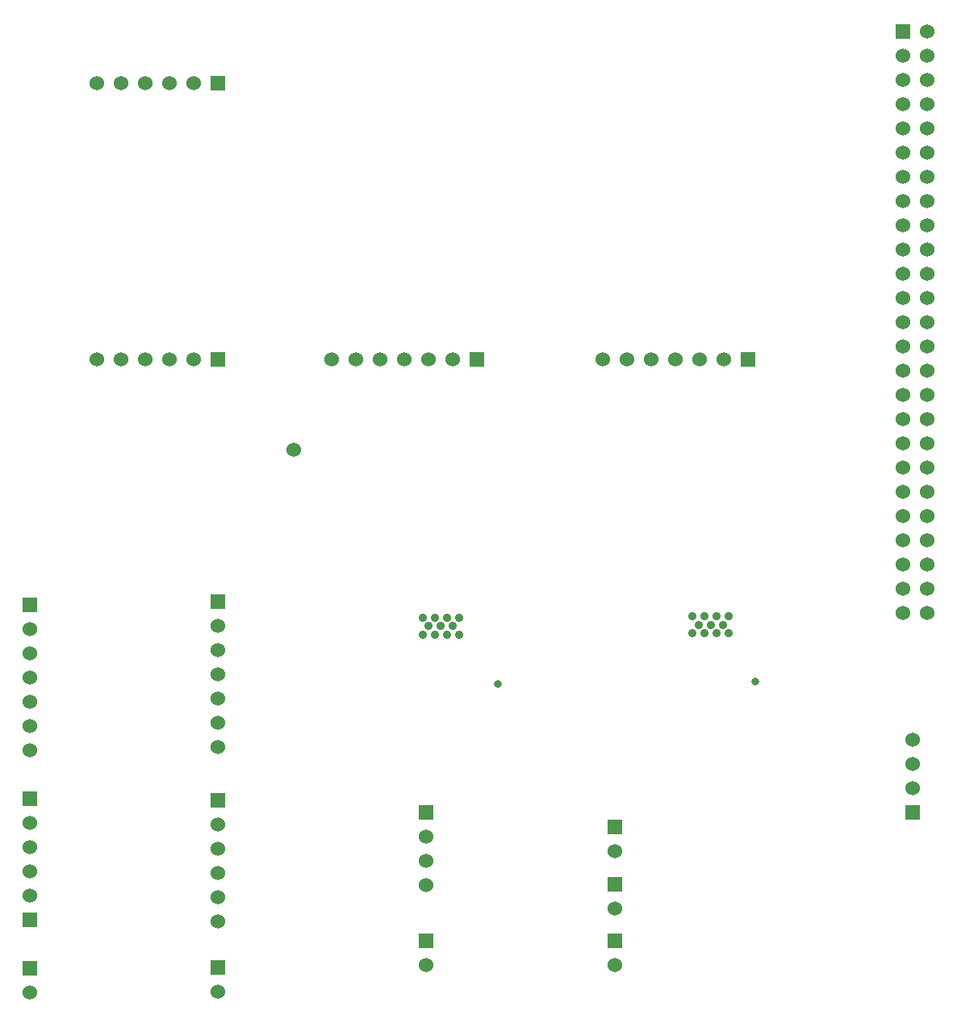
<source format=gbs>
G04 (created by PCBNEW (2013-05-18 BZR 4017)-stable) date Wed 14 Jan 2015 22:46:58 GMT*
%MOIN*%
G04 Gerber Fmt 3.4, Leading zero omitted, Abs format*
%FSLAX34Y34*%
G01*
G70*
G90*
G04 APERTURE LIST*
%ADD10C,0.00590551*%
%ADD11C,0.0315*%
%ADD12C,0.06*%
%ADD13R,0.06X0.06*%
%ADD14C,0.0354*%
G04 APERTURE END LIST*
G54D10*
G54D11*
X52150Y-46600D03*
X62800Y-46500D03*
G54D12*
X43708Y-36904D03*
G54D13*
X40600Y-43200D03*
G54D12*
X40600Y-44200D03*
X40600Y-45200D03*
X40600Y-46200D03*
X40600Y-47200D03*
X40600Y-48200D03*
X40600Y-49200D03*
G54D13*
X32829Y-43313D03*
G54D12*
X32829Y-44313D03*
X32829Y-45313D03*
X32829Y-46313D03*
X32829Y-47313D03*
X32829Y-48313D03*
X32829Y-49313D03*
G54D13*
X62500Y-33200D03*
G54D12*
X61500Y-33200D03*
X60500Y-33200D03*
X59500Y-33200D03*
X58500Y-33200D03*
X57500Y-33200D03*
X56500Y-33200D03*
G54D13*
X51300Y-33200D03*
G54D12*
X50300Y-33200D03*
X49300Y-33200D03*
X48300Y-33200D03*
X47300Y-33200D03*
X46300Y-33200D03*
X45300Y-33200D03*
G54D13*
X40600Y-21800D03*
G54D12*
X39600Y-21800D03*
X38600Y-21800D03*
X37600Y-21800D03*
X36600Y-21800D03*
X35600Y-21800D03*
G54D13*
X69300Y-51900D03*
G54D12*
X69300Y-50900D03*
X69300Y-49900D03*
X69300Y-48900D03*
G54D13*
X49200Y-51900D03*
G54D12*
X49200Y-52900D03*
X49200Y-53900D03*
X49200Y-54900D03*
G54D13*
X32829Y-58313D03*
G54D12*
X32829Y-59313D03*
G54D13*
X57000Y-57200D03*
G54D12*
X57000Y-58200D03*
G54D13*
X57000Y-54850D03*
G54D12*
X57000Y-55850D03*
G54D13*
X57000Y-52500D03*
G54D12*
X57000Y-53500D03*
G54D13*
X68874Y-19639D03*
G54D12*
X69874Y-19639D03*
X68874Y-24639D03*
X69874Y-20639D03*
X68874Y-25639D03*
X69874Y-21639D03*
X68874Y-26639D03*
X69874Y-22639D03*
X68874Y-27639D03*
X69874Y-23639D03*
X68874Y-28639D03*
X69874Y-24639D03*
X68874Y-29639D03*
X69874Y-25639D03*
X68874Y-30639D03*
X69874Y-26639D03*
X68874Y-31639D03*
X69874Y-27639D03*
X68874Y-32639D03*
X69874Y-28639D03*
X68874Y-33639D03*
X69874Y-29639D03*
X68874Y-34639D03*
X69874Y-30639D03*
X69874Y-31639D03*
X68874Y-35639D03*
X69874Y-32639D03*
X69874Y-34639D03*
X69874Y-35639D03*
X69874Y-36639D03*
X69874Y-37639D03*
X68874Y-36639D03*
X68874Y-37639D03*
X68874Y-20639D03*
X68874Y-21639D03*
X68874Y-22639D03*
X68874Y-23639D03*
X68874Y-38639D03*
X69874Y-38639D03*
X69874Y-33639D03*
X68874Y-39639D03*
X69874Y-39639D03*
X68874Y-40639D03*
X69874Y-40639D03*
X68874Y-41639D03*
X69874Y-41639D03*
X68874Y-42639D03*
X69874Y-42639D03*
X68874Y-43639D03*
X69874Y-43639D03*
G54D13*
X32829Y-51313D03*
G54D12*
X32829Y-52313D03*
X32829Y-53313D03*
X32829Y-54313D03*
G54D13*
X32829Y-56313D03*
G54D12*
X32829Y-55313D03*
G54D13*
X40600Y-33200D03*
G54D12*
X39600Y-33200D03*
X38600Y-33200D03*
X37600Y-33200D03*
X36600Y-33200D03*
X35600Y-33200D03*
G54D13*
X40600Y-51400D03*
G54D12*
X40600Y-52400D03*
X40600Y-53400D03*
X40600Y-54400D03*
X40600Y-55400D03*
X40600Y-56400D03*
G54D13*
X40600Y-58300D03*
G54D12*
X40600Y-59300D03*
G54D14*
X49050Y-43850D03*
X49550Y-43850D03*
X50050Y-43850D03*
X50550Y-43850D03*
X49300Y-44200D03*
X49800Y-44200D03*
X50300Y-44200D03*
X49050Y-44550D03*
X49550Y-44550D03*
X50050Y-44550D03*
X50550Y-44550D03*
X60200Y-43800D03*
X60700Y-43800D03*
X61200Y-43800D03*
X61700Y-43800D03*
X60450Y-44150D03*
X60950Y-44150D03*
X61450Y-44150D03*
X60200Y-44500D03*
X60700Y-44500D03*
X61200Y-44500D03*
X61700Y-44500D03*
G54D13*
X49200Y-57200D03*
G54D12*
X49200Y-58200D03*
M02*

</source>
